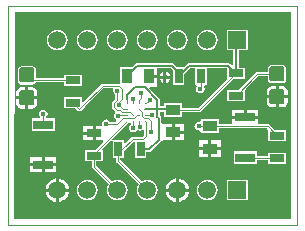
<source format=gtl>
G04 Layer_Physical_Order=1*
G04 Layer_Color=255*
%FSAX44Y44*%
%MOMM*%
G71*
G01*
G75*
%ADD10R,1.7000X0.8000*%
G04:AMPARAMS|DCode=11|XSize=1.27mm|YSize=1.27mm|CornerRadius=0.1588mm|HoleSize=0mm|Usage=FLASHONLY|Rotation=270.000|XOffset=0mm|YOffset=0mm|HoleType=Round|Shape=RoundedRectangle|*
%AMROUNDEDRECTD11*
21,1,1.2700,0.9525,0,0,270.0*
21,1,0.9525,1.2700,0,0,270.0*
1,1,0.3175,-0.4763,-0.4763*
1,1,0.3175,-0.4763,0.4763*
1,1,0.3175,0.4763,0.4763*
1,1,0.3175,0.4763,-0.4763*
%
%ADD11ROUNDEDRECTD11*%
%ADD12R,1.3000X0.7000*%
%ADD13R,0.9000X1.3000*%
%ADD14R,0.7000X1.3000*%
%ADD15C,0.1500*%
%ADD16R,1.3000X0.9000*%
%ADD17C,0.1000*%
%ADD18C,0.2000*%
%ADD19C,0.1500*%
%ADD20C,0.1016*%
%ADD21C,1.5000*%
%ADD22R,1.5000X1.5000*%
%ADD23C,0.4500*%
G36*
X00260000Y00005250D02*
X00259500Y00004750D01*
X00026148D01*
X00025251Y00005649D01*
X00025750Y00180000D01*
X00260000D01*
Y00005250D01*
D02*
G37*
%LPC*%
G36*
X00061040Y00057540D02*
X00051270D01*
Y00052270D01*
X00061040D01*
Y00057540D01*
D02*
G37*
G36*
X00189730Y00063230D02*
X00181960D01*
Y00057460D01*
X00189730D01*
Y00063230D01*
D02*
G37*
G36*
X00200040D02*
X00192270D01*
Y00057460D01*
X00200040D01*
Y00063230D01*
D02*
G37*
G36*
X00061040Y00049730D02*
X00051270D01*
Y00044460D01*
X00061040D01*
Y00049730D01*
D02*
G37*
G36*
X00230750Y00062250D02*
X00211250D01*
Y00051750D01*
X00230750D01*
Y00054716D01*
X00240250D01*
Y00051750D01*
X00255750D01*
Y00061250D01*
X00240250D01*
Y00058284D01*
X00230750D01*
Y00062250D01*
D02*
G37*
G36*
X00048730Y00057540D02*
X00038960D01*
Y00052270D01*
X00048730D01*
Y00057540D01*
D02*
G37*
G36*
X00169040Y00077230D02*
X00161270D01*
Y00071460D01*
X00169040D01*
Y00077230D01*
D02*
G37*
G36*
X00091730Y00083540D02*
X00083960D01*
Y00078770D01*
X00091730D01*
Y00083540D01*
D02*
G37*
G36*
X00050000Y00097569D02*
X00048634Y00097297D01*
X00047477Y00096523D01*
X00046703Y00095366D01*
X00046431Y00094000D01*
X00046703Y00092634D01*
X00047448Y00091520D01*
X00047397Y00091260D01*
X00047027Y00090250D01*
X00040250D01*
Y00079750D01*
X00059750D01*
Y00090250D01*
X00052973D01*
X00052603Y00091260D01*
X00052552Y00091520D01*
X00053297Y00092634D01*
X00053569Y00094000D01*
X00053297Y00095366D01*
X00052523Y00096523D01*
X00051366Y00097297D01*
X00050000Y00097569D01*
D02*
G37*
G36*
X00189730Y00071540D02*
X00181960D01*
Y00065770D01*
X00189730D01*
Y00071540D01*
D02*
G37*
G36*
X00200040D02*
X00192270D01*
Y00065770D01*
X00200040D01*
Y00071540D01*
D02*
G37*
G36*
X00091730Y00076230D02*
X00083960D01*
Y00071460D01*
X00091730D01*
Y00076230D01*
D02*
G37*
G36*
X00173409Y00028230D02*
X00164720D01*
Y00019541D01*
X00166071Y00019718D01*
X00168513Y00020730D01*
X00170611Y00022339D01*
X00172220Y00024437D01*
X00173232Y00026879D01*
X00173409Y00028230D01*
D02*
G37*
G36*
X00087250Y00038326D02*
X00084966Y00038025D01*
X00082837Y00037143D01*
X00081009Y00035741D01*
X00079607Y00033913D01*
X00078725Y00031784D01*
X00078425Y00029500D01*
X00078725Y00027216D01*
X00079607Y00025087D01*
X00081009Y00023259D01*
X00082837Y00021857D01*
X00084966Y00020975D01*
X00087250Y00020675D01*
X00089534Y00020975D01*
X00091663Y00021857D01*
X00093491Y00023259D01*
X00094893Y00025087D01*
X00095775Y00027216D01*
X00096075Y00029500D01*
X00095775Y00031784D01*
X00094893Y00033913D01*
X00093491Y00035741D01*
X00091663Y00037143D01*
X00089534Y00038025D01*
X00087250Y00038326D01*
D02*
G37*
G36*
X00188850D02*
X00186566Y00038025D01*
X00184437Y00037143D01*
X00182609Y00035741D01*
X00181207Y00033913D01*
X00180325Y00031784D01*
X00180025Y00029500D01*
X00180325Y00027216D01*
X00181207Y00025087D01*
X00182609Y00023259D01*
X00184437Y00021857D01*
X00186566Y00020975D01*
X00188850Y00020675D01*
X00191134Y00020975D01*
X00193263Y00021857D01*
X00195091Y00023259D01*
X00196493Y00025087D01*
X00197375Y00027216D01*
X00197675Y00029500D01*
X00197375Y00031784D01*
X00196493Y00033913D01*
X00195091Y00035741D01*
X00193263Y00037143D01*
X00191134Y00038025D01*
X00188850Y00038326D01*
D02*
G37*
G36*
X00060580Y00028230D02*
X00051891D01*
X00052068Y00026879D01*
X00053080Y00024437D01*
X00054689Y00022339D01*
X00056787Y00020730D01*
X00059229Y00019718D01*
X00060580Y00019541D01*
Y00028230D01*
D02*
G37*
G36*
X00071809D02*
X00063120D01*
Y00019541D01*
X00064471Y00019718D01*
X00066913Y00020730D01*
X00069011Y00022339D01*
X00070620Y00024437D01*
X00071632Y00026879D01*
X00071809Y00028230D01*
D02*
G37*
G36*
X00162180D02*
X00153491D01*
X00153668Y00026879D01*
X00154680Y00024437D01*
X00156289Y00022339D01*
X00158387Y00020730D01*
X00160829Y00019718D01*
X00162180Y00019541D01*
Y00028230D01*
D02*
G37*
G36*
Y00039459D02*
X00160829Y00039282D01*
X00158387Y00038270D01*
X00156289Y00036661D01*
X00154680Y00034563D01*
X00153668Y00032121D01*
X00153491Y00030770D01*
X00162180D01*
Y00039459D01*
D02*
G37*
G36*
X00164720D02*
Y00030770D01*
X00173409D01*
X00173232Y00032121D01*
X00172220Y00034563D01*
X00170611Y00036661D01*
X00168513Y00038270D01*
X00166071Y00039282D01*
X00164720Y00039459D01*
D02*
G37*
G36*
X00048730Y00049730D02*
X00038960D01*
Y00044460D01*
X00048730D01*
Y00049730D01*
D02*
G37*
G36*
X00223000Y00038250D02*
X00205500D01*
Y00020750D01*
X00223000D01*
Y00038250D01*
D02*
G37*
G36*
X00060580Y00039459D02*
X00059229Y00039282D01*
X00056787Y00038270D01*
X00054689Y00036661D01*
X00053080Y00034563D01*
X00052068Y00032121D01*
X00051891Y00030770D01*
X00060580D01*
Y00039459D01*
D02*
G37*
G36*
X00063120D02*
Y00030770D01*
X00071809D01*
X00071632Y00032121D01*
X00070620Y00034563D01*
X00069011Y00036661D01*
X00066913Y00038270D01*
X00064471Y00039282D01*
X00063120Y00039459D01*
D02*
G37*
G36*
X00161270Y00085540D02*
Y00079770D01*
X00169040D01*
Y00085540D01*
X00161270D01*
D02*
G37*
G36*
X00040763Y00134181D02*
X00031237D01*
X00030130Y00133960D01*
X00029192Y00133333D01*
X00028565Y00132395D01*
X00028344Y00131287D01*
Y00121763D01*
X00028565Y00120655D01*
X00029192Y00119717D01*
X00030130Y00119090D01*
X00031237Y00118869D01*
X00040763D01*
X00041870Y00119090D01*
X00042808Y00119717D01*
X00043435Y00120655D01*
X00043447Y00120716D01*
X00067250D01*
Y00117750D01*
X00082750D01*
Y00127250D01*
X00067250D01*
Y00124284D01*
X00043656D01*
Y00131287D01*
X00043435Y00132395D01*
X00042808Y00133333D01*
X00041870Y00133960D01*
X00040763Y00134181D01*
D02*
G37*
G36*
X00252763Y00135181D02*
X00243237D01*
X00242130Y00134960D01*
X00241192Y00134333D01*
X00240565Y00133395D01*
X00240344Y00132288D01*
Y00129309D01*
X00231025D01*
X00230342Y00129173D01*
X00229763Y00128787D01*
X00215227Y00114250D01*
X00205250D01*
Y00104750D01*
X00220750D01*
Y00114250D01*
X00220750Y00114250D01*
X00220750D01*
X00221308Y00115284D01*
X00231764Y00125741D01*
X00240344D01*
Y00122762D01*
X00240565Y00121655D01*
X00241192Y00120717D01*
X00242130Y00120090D01*
X00243237Y00119869D01*
X00252763D01*
X00253870Y00120090D01*
X00254808Y00120717D01*
X00255435Y00121655D01*
X00255656Y00122762D01*
Y00132288D01*
X00255435Y00133395D01*
X00254808Y00134333D01*
X00253870Y00134960D01*
X00252763Y00135181D01*
D02*
G37*
G36*
X00163450Y00165326D02*
X00161166Y00165025D01*
X00159037Y00164143D01*
X00157209Y00162741D01*
X00155807Y00160913D01*
X00154925Y00158784D01*
X00154625Y00156500D01*
X00154925Y00154216D01*
X00155807Y00152087D01*
X00157209Y00150259D01*
X00159037Y00148857D01*
X00161166Y00147975D01*
X00163450Y00147675D01*
X00165734Y00147975D01*
X00167863Y00148857D01*
X00169691Y00150259D01*
X00171093Y00152087D01*
X00171975Y00154216D01*
X00172276Y00156500D01*
X00171975Y00158784D01*
X00171093Y00160913D01*
X00169691Y00162741D01*
X00167863Y00164143D01*
X00165734Y00165025D01*
X00163450Y00165326D01*
D02*
G37*
G36*
X00246730Y00117446D02*
X00243237D01*
X00241627Y00117126D01*
X00240262Y00116213D01*
X00239349Y00114848D01*
X00239029Y00113237D01*
Y00109745D01*
X00246730D01*
Y00117446D01*
D02*
G37*
G36*
X00252763D02*
X00249270D01*
Y00109745D01*
X00256971D01*
Y00113237D01*
X00256651Y00114848D01*
X00255738Y00116213D01*
X00254373Y00117126D01*
X00252763Y00117446D01*
D02*
G37*
G36*
X00061850Y00165326D02*
X00059566Y00165025D01*
X00057437Y00164143D01*
X00055609Y00162741D01*
X00054207Y00160913D01*
X00053325Y00158784D01*
X00053025Y00156500D01*
X00053325Y00154216D01*
X00054207Y00152087D01*
X00055609Y00150259D01*
X00057437Y00148857D01*
X00059566Y00147975D01*
X00061850Y00147675D01*
X00064134Y00147975D01*
X00066263Y00148857D01*
X00068091Y00150259D01*
X00069493Y00152087D01*
X00070375Y00154216D01*
X00070676Y00156500D01*
X00070375Y00158784D01*
X00069493Y00160913D01*
X00068091Y00162741D01*
X00066263Y00164143D01*
X00064134Y00165025D01*
X00061850Y00165326D01*
D02*
G37*
G36*
X00223000Y00165250D02*
X00205500D01*
Y00147750D01*
X00210706D01*
Y00135698D01*
X00209533Y00135212D01*
X00208372Y00136372D01*
X00207628Y00136869D01*
X00206750Y00137044D01*
X00173250D01*
X00172372Y00136869D01*
X00171628Y00136372D01*
X00169006Y00133750D01*
X00162994D01*
X00160372Y00136372D01*
X00159628Y00136869D01*
X00158750Y00137044D01*
X00129250D01*
X00128372Y00136869D01*
X00127628Y00136372D01*
X00125006Y00133750D01*
X00114750D01*
Y00119760D01*
X00114427Y00119494D01*
X00100210D01*
X00099527Y00119359D01*
X00098948Y00118972D01*
X00083923Y00103947D01*
X00082750Y00104433D01*
Y00108250D01*
X00067250D01*
Y00098750D01*
X00077227D01*
X00079238Y00096738D01*
X00079817Y00096351D01*
X00080500Y00096216D01*
X00081183Y00096351D01*
X00081762Y00096738D01*
X00085079Y00100055D01*
X00100949Y00115926D01*
X00108630D01*
X00109389Y00114656D01*
X00109201Y00113710D01*
X00109473Y00112344D01*
X00110247Y00111187D01*
X00110986Y00110693D01*
Y00106476D01*
X00108745Y00104235D01*
X00108358Y00103657D01*
X00108222Y00102974D01*
Y00099660D01*
X00108358Y00098977D01*
X00108745Y00098398D01*
X00110746Y00096397D01*
X00110982Y00095028D01*
X00110209Y00093870D01*
X00109937Y00092505D01*
X00110209Y00091139D01*
X00110982Y00089981D01*
X00111493Y00089640D01*
X00111733Y00088259D01*
X00111081Y00087474D01*
X00106387D01*
X00105893Y00088213D01*
X00104736Y00088987D01*
X00103370Y00089259D01*
X00102004Y00088987D01*
X00100847Y00088213D01*
X00100073Y00087056D01*
X00099801Y00085690D01*
X00099977Y00084810D01*
X00099186Y00083540D01*
X00094270D01*
Y00077500D01*
Y00071460D01*
X00100277D01*
X00100763Y00070287D01*
X00093727Y00063250D01*
X00085250D01*
Y00053750D01*
X00091216D01*
Y00049150D01*
X00091351Y00048467D01*
X00091738Y00047888D01*
X00105314Y00034313D01*
X00105007Y00033913D01*
X00104125Y00031784D01*
X00103825Y00029500D01*
X00104125Y00027216D01*
X00105007Y00025087D01*
X00106409Y00023259D01*
X00108237Y00021857D01*
X00110366Y00020975D01*
X00112650Y00020675D01*
X00114934Y00020975D01*
X00117063Y00021857D01*
X00118891Y00023259D01*
X00120293Y00025087D01*
X00121175Y00027216D01*
X00121475Y00029500D01*
X00121175Y00031784D01*
X00120293Y00033913D01*
X00118891Y00035741D01*
X00117063Y00037143D01*
X00114934Y00038025D01*
X00112650Y00038326D01*
X00110366Y00038025D01*
X00108237Y00037143D01*
X00107837Y00036836D01*
X00094784Y00049889D01*
Y00053750D01*
X00100750D01*
Y00063250D01*
X00100433D01*
X00099947Y00064423D01*
X00107471Y00071948D01*
X00107702Y00071967D01*
X00108750Y00071130D01*
X00108750Y00070612D01*
Y00056250D01*
X00111716D01*
Y00054050D01*
X00111852Y00053367D01*
X00112238Y00052788D01*
X00130714Y00034313D01*
X00130407Y00033913D01*
X00129525Y00031784D01*
X00129225Y00029500D01*
X00129525Y00027216D01*
X00130407Y00025087D01*
X00131809Y00023259D01*
X00133637Y00021857D01*
X00135766Y00020975D01*
X00138050Y00020675D01*
X00140334Y00020975D01*
X00142463Y00021857D01*
X00144291Y00023259D01*
X00145693Y00025087D01*
X00146575Y00027216D01*
X00146875Y00029500D01*
X00146575Y00031784D01*
X00145693Y00033913D01*
X00144291Y00035741D01*
X00142463Y00037143D01*
X00140334Y00038025D01*
X00138050Y00038326D01*
X00135766Y00038025D01*
X00133637Y00037143D01*
X00133237Y00036836D01*
X00115284Y00054789D01*
Y00056250D01*
X00118250D01*
Y00062730D01*
X00118262Y00062738D01*
X00126480Y00070957D01*
X00127750Y00070767D01*
Y00056250D01*
X00137250D01*
Y00061706D01*
X00139750D01*
X00140628Y00061880D01*
X00141372Y00062378D01*
X00149379Y00070385D01*
X00149846Y00071083D01*
X00150466Y00071293D01*
X00151066Y00071460D01*
X00151237Y00071460D01*
X00158730D01*
Y00078500D01*
Y00085540D01*
X00151321D01*
X00150960Y00085540D01*
X00150051Y00086412D01*
Y00090536D01*
X00149876Y00091414D01*
X00149379Y00092158D01*
X00148837Y00092700D01*
Y00095706D01*
X00152250D01*
Y00091750D01*
X00167750D01*
Y00095716D01*
X00182000D01*
X00182683Y00095851D01*
X00183262Y00096238D01*
X00210773Y00123750D01*
X00220750D01*
Y00133250D01*
X00215294D01*
Y00147750D01*
X00223000D01*
Y00165250D01*
D02*
G37*
G36*
X00087250Y00165326D02*
X00084966Y00165025D01*
X00082837Y00164143D01*
X00081009Y00162741D01*
X00079607Y00160913D01*
X00078725Y00158784D01*
X00078425Y00156500D01*
X00078725Y00154216D01*
X00079607Y00152087D01*
X00081009Y00150259D01*
X00082837Y00148857D01*
X00084966Y00147975D01*
X00087250Y00147675D01*
X00089534Y00147975D01*
X00091663Y00148857D01*
X00093491Y00150259D01*
X00094893Y00152087D01*
X00095775Y00154216D01*
X00096075Y00156500D01*
X00095775Y00158784D01*
X00094893Y00160913D01*
X00093491Y00162741D01*
X00091663Y00164143D01*
X00089534Y00165025D01*
X00087250Y00165326D01*
D02*
G37*
G36*
X00138050D02*
X00135766Y00165025D01*
X00133637Y00164143D01*
X00131809Y00162741D01*
X00130407Y00160913D01*
X00129525Y00158784D01*
X00129225Y00156500D01*
X00129525Y00154216D01*
X00130407Y00152087D01*
X00131809Y00150259D01*
X00133637Y00148857D01*
X00135766Y00147975D01*
X00138050Y00147675D01*
X00140334Y00147975D01*
X00142463Y00148857D01*
X00144291Y00150259D01*
X00145693Y00152087D01*
X00146575Y00154216D01*
X00146875Y00156500D01*
X00146575Y00158784D01*
X00145693Y00160913D01*
X00144291Y00162741D01*
X00142463Y00164143D01*
X00140334Y00165025D01*
X00138050Y00165326D01*
D02*
G37*
G36*
X00112650D02*
X00110366Y00165025D01*
X00108237Y00164143D01*
X00106409Y00162741D01*
X00105007Y00160913D01*
X00104125Y00158784D01*
X00103825Y00156500D01*
X00104125Y00154216D01*
X00105007Y00152087D01*
X00106409Y00150259D01*
X00108237Y00148857D01*
X00110366Y00147975D01*
X00112650Y00147675D01*
X00114934Y00147975D01*
X00117063Y00148857D01*
X00118891Y00150259D01*
X00120293Y00152087D01*
X00121175Y00154216D01*
X00121475Y00156500D01*
X00121175Y00158784D01*
X00120293Y00160913D01*
X00118891Y00162741D01*
X00117063Y00164143D01*
X00114934Y00165025D01*
X00112650Y00165326D01*
D02*
G37*
G36*
X00034730Y00106205D02*
X00027029D01*
Y00102712D01*
X00027350Y00101102D01*
X00028262Y00099737D01*
X00029627Y00098825D01*
X00031237Y00098504D01*
X00034730D01*
Y00106205D01*
D02*
G37*
G36*
X00188850Y00165326D02*
X00186566Y00165025D01*
X00184437Y00164143D01*
X00182609Y00162741D01*
X00181207Y00160913D01*
X00180325Y00158784D01*
X00180025Y00156500D01*
X00180325Y00154216D01*
X00181207Y00152087D01*
X00182609Y00150259D01*
X00184437Y00148857D01*
X00186566Y00147975D01*
X00188850Y00147675D01*
X00191134Y00147975D01*
X00193263Y00148857D01*
X00195091Y00150259D01*
X00196493Y00152087D01*
X00197375Y00154216D01*
X00197675Y00156500D01*
X00197375Y00158784D01*
X00196493Y00160913D01*
X00195091Y00162741D01*
X00193263Y00164143D01*
X00191134Y00165025D01*
X00188850Y00165326D01*
D02*
G37*
G36*
X00232040Y00097540D02*
X00222270D01*
Y00092270D01*
X00232040D01*
Y00097540D01*
D02*
G37*
G36*
Y00089730D02*
X00209960D01*
Y00085284D01*
X00198750D01*
Y00089250D01*
X00183250D01*
Y00087951D01*
X00181980Y00086973D01*
X00181500Y00087069D01*
X00180134Y00086797D01*
X00178977Y00086023D01*
X00178203Y00084866D01*
X00177931Y00083500D01*
X00178203Y00082134D01*
X00178977Y00080977D01*
X00180134Y00080203D01*
X00181500Y00079931D01*
X00181980Y00080027D01*
X00183250Y00079049D01*
Y00077750D01*
X00198750D01*
Y00081716D01*
X00239261D01*
X00239689Y00081288D01*
X00240250Y00080250D01*
X00240250D01*
X00240250Y00080250D01*
Y00070750D01*
X00255750D01*
Y00080250D01*
X00245773D01*
X00241262Y00084762D01*
X00240683Y00085148D01*
X00240000Y00085284D01*
X00232040D01*
Y00089730D01*
D02*
G37*
G36*
X00219730Y00097540D02*
X00209960D01*
Y00092270D01*
X00219730D01*
Y00097540D01*
D02*
G37*
G36*
X00034730Y00116446D02*
X00031237D01*
X00029627Y00116125D01*
X00028262Y00115213D01*
X00027350Y00113848D01*
X00027029Y00112238D01*
Y00108745D01*
X00034730D01*
Y00116446D01*
D02*
G37*
G36*
X00040763D02*
X00037270D01*
Y00108745D01*
X00044971D01*
Y00112238D01*
X00044651Y00113848D01*
X00043738Y00115213D01*
X00042373Y00116125D01*
X00040763Y00116446D01*
D02*
G37*
G36*
X00256971Y00107205D02*
X00249270D01*
Y00099504D01*
X00252763D01*
X00254373Y00099824D01*
X00255738Y00100737D01*
X00256651Y00102102D01*
X00256971Y00103713D01*
Y00107205D01*
D02*
G37*
G36*
X00044971Y00106205D02*
X00037270D01*
Y00098504D01*
X00040763D01*
X00042373Y00098825D01*
X00043738Y00099737D01*
X00044651Y00101102D01*
X00044971Y00102712D01*
Y00106205D01*
D02*
G37*
G36*
X00246730Y00107205D02*
X00239029D01*
Y00103713D01*
X00239349Y00102102D01*
X00240262Y00100737D01*
X00241627Y00099824D01*
X00243237Y00099504D01*
X00246730D01*
Y00107205D01*
D02*
G37*
%LPD*%
G36*
X00205250Y00123750D02*
X00205250Y00123750D01*
X00205250D01*
X00204692Y00122716D01*
X00181261Y00099284D01*
X00167750D01*
Y00103250D01*
X00152250D01*
Y00100294D01*
X00148837D01*
Y00105821D01*
X00148663Y00106699D01*
X00148165Y00107443D01*
X00139822Y00115787D01*
X00140308Y00116960D01*
X00146540D01*
Y00124730D01*
X00139500D01*
Y00127270D01*
X00146540D01*
Y00132456D01*
X00157800D01*
X00159750Y00130506D01*
Y00118250D01*
X00169250D01*
Y00127506D01*
X00174200Y00132456D01*
X00178750D01*
Y00118250D01*
X00179452D01*
X00180114Y00116980D01*
X00179703Y00116366D01*
X00179431Y00115000D01*
X00179703Y00113634D01*
X00180477Y00112477D01*
X00181634Y00111703D01*
X00183000Y00111431D01*
X00184366Y00111703D01*
X00185523Y00112477D01*
X00186297Y00113634D01*
X00186569Y00115000D01*
X00186297Y00116366D01*
X00185886Y00116980D01*
X00186548Y00118250D01*
X00188250D01*
Y00132456D01*
X00205250D01*
Y00123750D01*
D02*
G37*
G36*
X00123911Y00086541D02*
X00123985Y00086491D01*
X00124036Y00086428D01*
X00123886Y00085047D01*
X00123483Y00084777D01*
X00122709Y00083620D01*
X00122438Y00082254D01*
X00122709Y00080888D01*
X00123483Y00079731D01*
X00124641Y00078957D01*
X00126006Y00078685D01*
X00127372Y00078957D01*
X00128530Y00079731D01*
X00128532Y00079734D01*
X00130287Y00080076D01*
X00130410Y00079993D01*
X00131776Y00079722D01*
X00133142Y00079993D01*
X00133978Y00080552D01*
X00135057Y00080146D01*
X00135248Y00079989D01*
Y00076271D01*
X00133636Y00074659D01*
X00125875D01*
X00125192Y00074524D01*
X00124613Y00074137D01*
X00119423Y00068947D01*
X00118250Y00069433D01*
Y00071750D01*
X00109974D01*
X00109370Y00071750D01*
X00108533Y00072798D01*
X00108552Y00073029D01*
X00121604Y00086081D01*
X00121780Y00086116D01*
X00122442Y00086558D01*
X00123911Y00086541D01*
D02*
G37*
%LPC*%
G36*
X00151730Y00123730D02*
X00148369D01*
X00148488Y00123131D01*
X00149547Y00121547D01*
X00151131Y00120488D01*
X00151730Y00120369D01*
Y00123730D01*
D02*
G37*
G36*
X00154270Y00129631D02*
Y00126270D01*
X00157631D01*
X00157512Y00126869D01*
X00156453Y00128453D01*
X00154869Y00129512D01*
X00154270Y00129631D01*
D02*
G37*
G36*
X00151730D02*
X00151131Y00129512D01*
X00149547Y00128453D01*
X00148488Y00126869D01*
X00148369Y00126270D01*
X00151730D01*
Y00129631D01*
D02*
G37*
G36*
X00157631Y00123730D02*
X00154270D01*
Y00120369D01*
X00154869Y00120488D01*
X00156453Y00121547D01*
X00157512Y00123131D01*
X00157631Y00123730D01*
D02*
G37*
%LPD*%
D10*
X00050000Y00051000D02*
D03*
Y00085000D02*
D03*
X00221000Y00091000D02*
D03*
Y00057000D02*
D03*
D11*
X00036000Y00126525D02*
D03*
Y00107475D02*
D03*
X00248000Y00108475D02*
D03*
Y00127525D02*
D03*
D12*
X00075000Y00103500D02*
D03*
Y00122500D02*
D03*
X00093000Y00058500D02*
D03*
Y00077500D02*
D03*
X00248000Y00056500D02*
D03*
Y00075500D02*
D03*
X00213000Y00128500D02*
D03*
Y00109500D02*
D03*
D13*
X00139500Y00126000D02*
D03*
X00120500D02*
D03*
D14*
X00132500Y00064000D02*
D03*
X00113500D02*
D03*
X00183500Y00126000D02*
D03*
X00164500D02*
D03*
D15*
X00121000Y00088000D02*
D03*
X00126000D02*
D03*
X00131000D02*
D03*
X00136000D02*
D03*
X00121000Y00093000D02*
D03*
X00126000D02*
D03*
X00131000D02*
D03*
X00136000D02*
D03*
X00121000Y00098000D02*
D03*
X00126000D02*
D03*
X00131000D02*
D03*
X00136000D02*
D03*
X00121000Y00103000D02*
D03*
X00126000D02*
D03*
X00131000D02*
D03*
X00136000D02*
D03*
D16*
X00160000Y00078500D02*
D03*
Y00097500D02*
D03*
X00191000Y00064500D02*
D03*
Y00083500D02*
D03*
D17*
X00116770Y00106555D02*
Y00115367D01*
X00114427Y00117710D02*
X00116770Y00115367D01*
X00114007Y00103792D02*
X00116770Y00106555D01*
X00112770Y00105737D02*
Y00113710D01*
X00110007Y00102974D02*
X00112770Y00105737D01*
X00110007Y00099660D02*
Y00102974D01*
Y00099660D02*
X00112350Y00097317D01*
X00114825D01*
X00116391Y00095750D01*
X00119714D01*
X00119965Y00095500D01*
X00122036D01*
X00122036Y00095500D01*
X00123500D01*
X00126000Y00093000D01*
X00103370Y00085690D02*
X00112348D01*
X00117158Y00090500D01*
X00100210Y00117710D02*
X00114427D01*
X00083817Y00101317D02*
X00100210Y00117710D01*
X00114007Y00101317D02*
Y00103792D01*
X00117158Y00090500D02*
X00119965D01*
X00113505Y00092505D02*
Y00092506D01*
X00114000Y00093000D01*
X00213000Y00161250D02*
X00214250Y00162500D01*
X00231025Y00127525D02*
X00248000D01*
X00121000Y00103000D02*
Y00106500D01*
X00136255Y00093255D02*
X00142007D01*
X00155500Y00098000D02*
X00159500D01*
X00141250Y00079000D02*
Y00087750D01*
X00137000Y00103000D02*
X00140000Y00106000D01*
X00138500Y00090500D02*
X00141250Y00087750D01*
X00137036Y00090500D02*
X00138500D01*
X00137036Y00090500D02*
X00137036Y00090500D01*
X00134965Y00090500D02*
X00137036D01*
X00133500Y00091965D02*
X00134965Y00090500D01*
X00133500Y00091965D02*
Y00094036D01*
X00133500Y00094036D01*
Y00095500D01*
X00131000Y00098000D02*
X00133500Y00095500D01*
X00137032Y00075532D02*
Y00086968D01*
X00136000Y00088000D02*
X00137032Y00086968D01*
X00114000Y00093000D02*
X00121000D01*
X00119965Y00090500D02*
X00119965Y00090500D01*
X00122036D01*
X00122036Y00090500D01*
X00124964D01*
X00124965Y00090500D01*
X00127036D01*
X00129536Y00093000D01*
X00131000D01*
X00114007Y00101317D02*
X00117324Y00098000D01*
X00131290Y00083290D02*
X00131776D01*
X00134375Y00072875D02*
X00137032Y00075532D01*
X00136000Y00093000D02*
X00136255Y00093255D01*
X00080500Y00098000D02*
X00083817Y00101317D01*
X00075000Y00103500D02*
X00080500Y00098000D01*
X00117324D02*
X00121000D01*
X00131000Y00083000D02*
Y00088000D01*
X00093000Y00060000D02*
X00121000Y00088000D01*
X00131000Y00083000D02*
X00131290Y00083290D01*
X00125875Y00072875D02*
X00134375D01*
X00117000Y00064000D02*
X00125875Y00072875D01*
X00109900Y00026750D02*
X00112650Y00024000D01*
X00093000Y00049150D02*
X00112650Y00029500D01*
X00093000Y00049150D02*
Y00058500D01*
X00136390Y00027840D02*
X00139430Y00024800D01*
X00113500Y00054050D02*
X00138050Y00029500D01*
X00113500Y00054050D02*
Y00064000D01*
X00126000Y00081892D02*
Y00088000D01*
X00160000Y00097500D02*
X00182000D01*
X00213000Y00128500D01*
X00093000Y00058500D02*
Y00060000D01*
X00040025Y00122500D02*
X00075000D01*
X00036000Y00126525D02*
X00040025Y00122500D01*
X00213000Y00109500D02*
X00231025Y00127525D01*
X00191000Y00083500D02*
X00240000D01*
X00248000Y00075500D01*
X00221500Y00056500D02*
X00248000D01*
X00221000Y00057000D02*
X00221500Y00056500D01*
X00181500Y00083500D02*
X00191000D01*
X00183500Y00115500D02*
Y00126000D01*
X00183000Y00115000D02*
X00183500Y00115500D01*
X00120500Y00126000D02*
Y00127500D01*
X00050000Y00085000D02*
Y00094000D01*
X00126000Y00103000D02*
Y00107394D01*
X00113500Y00064000D02*
X00117000D01*
X00131000Y00103000D02*
Y00106000D01*
X00136000Y00103000D02*
X00137000D01*
X00131000Y00106000D02*
X00132507Y00107507D01*
Y00112006D01*
D18*
X00213000Y00155250D02*
X00214250Y00156500D01*
X00213000Y00128500D02*
Y00155250D01*
X00206750Y00134750D02*
X00213000Y00128500D01*
X00173250Y00134750D02*
X00206750D01*
X00164500Y00126000D02*
X00173250Y00134750D01*
X00164500Y00126000D02*
Y00129000D01*
X00158750Y00134750D02*
X00164500Y00129000D01*
X00129250Y00134750D02*
X00158750D01*
X00120500Y00126000D02*
X00129250Y00134750D01*
X00147757Y00072007D02*
Y00090536D01*
X00132500Y00064000D02*
X00139750D01*
X00147757Y00072007D01*
X00121000Y00106500D02*
Y00110000D01*
X00127506Y00116505D01*
X00146543Y00091750D02*
Y00098000D01*
Y00091750D02*
X00147757Y00090536D01*
X00141000Y00098000D02*
X00146543D01*
X00155500D01*
X00146543D02*
Y00105821D01*
X00135858Y00116505D02*
X00146543Y00105821D01*
X00127506Y00116505D02*
X00135858D01*
D19*
X00136000Y00098000D02*
X00141000D01*
D20*
X00020000Y00000000D02*
X00265000D01*
Y00185000D01*
X00020000D02*
X00265000D01*
X00020000Y00000000D02*
Y00185000D01*
D21*
X00163450Y00156500D02*
D03*
X00188850D02*
D03*
X00138050D02*
D03*
X00112650D02*
D03*
X00087250D02*
D03*
X00061850D02*
D03*
X00163450Y00029500D02*
D03*
X00188850D02*
D03*
X00138050D02*
D03*
X00112650D02*
D03*
X00087250D02*
D03*
X00061850D02*
D03*
D22*
X00214250Y00156500D02*
D03*
Y00029500D02*
D03*
D23*
X00113505Y00092505D02*
D03*
X00112770Y00113710D02*
D03*
X00142007Y00093255D02*
D03*
X00141250Y00079000D02*
D03*
X00140000Y00106000D02*
D03*
X00125795Y00106811D02*
D03*
X00114007Y00101317D02*
D03*
X00131776Y00083290D02*
D03*
X00103370Y00085690D02*
D03*
X00126006Y00082254D02*
D03*
X00181500Y00083500D02*
D03*
X00183000Y00115000D02*
D03*
X00153000Y00125000D02*
D03*
X00050000Y00094000D02*
D03*
X00132507Y00112006D02*
D03*
M02*

</source>
